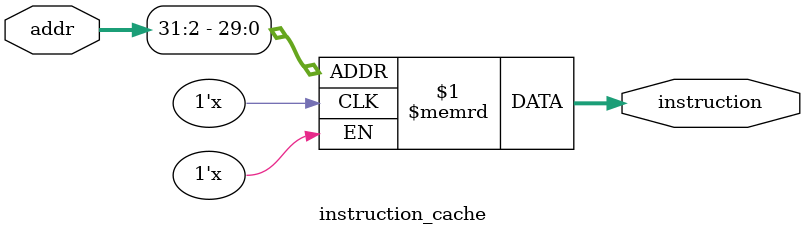
<source format=sv>
module instruction_cache
(
    input logic [31:0] addr,
    output logic [31:0] instruction
);  

    reg [31:0] instruction_cache [1023:0];

    assign instruction = instruction_cache[addr[31:2]];

endmodule
</source>
